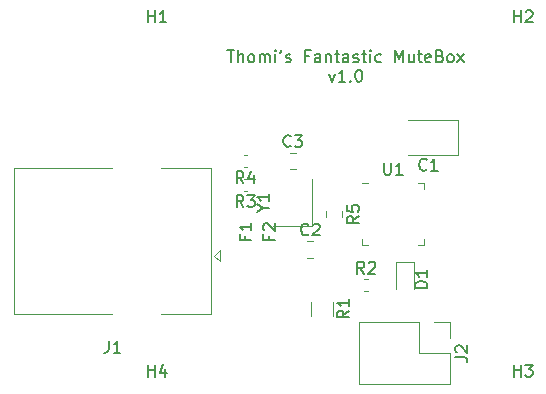
<source format=gbr>
G04 #@! TF.GenerationSoftware,KiCad,Pcbnew,(5.1.5-0-10_14)*
G04 #@! TF.CreationDate,2020-04-17T16:58:58+12:00*
G04 #@! TF.ProjectId,ZapierStompBox,5a617069-6572-4537-946f-6d70426f782e,rev?*
G04 #@! TF.SameCoordinates,Original*
G04 #@! TF.FileFunction,Legend,Top*
G04 #@! TF.FilePolarity,Positive*
%FSLAX46Y46*%
G04 Gerber Fmt 4.6, Leading zero omitted, Abs format (unit mm)*
G04 Created by KiCad (PCBNEW (5.1.5-0-10_14)) date 2020-04-17 16:58:58*
%MOMM*%
%LPD*%
G04 APERTURE LIST*
%ADD10C,0.150000*%
%ADD11C,0.120000*%
G04 APERTURE END LIST*
D10*
X374976190Y81372619D02*
X375547619Y81372619D01*
X375261904Y80372619D02*
X375261904Y81372619D01*
X375880952Y80372619D02*
X375880952Y81372619D01*
X376309523Y80372619D02*
X376309523Y80896428D01*
X376261904Y80991666D01*
X376166666Y81039285D01*
X376023809Y81039285D01*
X375928571Y80991666D01*
X375880952Y80944047D01*
X376928571Y80372619D02*
X376833333Y80420238D01*
X376785714Y80467857D01*
X376738095Y80563095D01*
X376738095Y80848809D01*
X376785714Y80944047D01*
X376833333Y80991666D01*
X376928571Y81039285D01*
X377071428Y81039285D01*
X377166666Y80991666D01*
X377214285Y80944047D01*
X377261904Y80848809D01*
X377261904Y80563095D01*
X377214285Y80467857D01*
X377166666Y80420238D01*
X377071428Y80372619D01*
X376928571Y80372619D01*
X377690476Y80372619D02*
X377690476Y81039285D01*
X377690476Y80944047D02*
X377738095Y80991666D01*
X377833333Y81039285D01*
X377976190Y81039285D01*
X378071428Y80991666D01*
X378119047Y80896428D01*
X378119047Y80372619D01*
X378119047Y80896428D02*
X378166666Y80991666D01*
X378261904Y81039285D01*
X378404761Y81039285D01*
X378500000Y80991666D01*
X378547619Y80896428D01*
X378547619Y80372619D01*
X379023809Y80372619D02*
X379023809Y81039285D01*
X379023809Y81372619D02*
X378976190Y81325000D01*
X379023809Y81277380D01*
X379071428Y81325000D01*
X379023809Y81372619D01*
X379023809Y81277380D01*
X379547619Y81372619D02*
X379547619Y81325000D01*
X379500000Y81229761D01*
X379452380Y81182142D01*
X379928571Y80420238D02*
X380023809Y80372619D01*
X380214285Y80372619D01*
X380309523Y80420238D01*
X380357142Y80515476D01*
X380357142Y80563095D01*
X380309523Y80658333D01*
X380214285Y80705952D01*
X380071428Y80705952D01*
X379976190Y80753571D01*
X379928571Y80848809D01*
X379928571Y80896428D01*
X379976190Y80991666D01*
X380071428Y81039285D01*
X380214285Y81039285D01*
X380309523Y80991666D01*
X381880952Y80896428D02*
X381547619Y80896428D01*
X381547619Y80372619D02*
X381547619Y81372619D01*
X382023809Y81372619D01*
X382833333Y80372619D02*
X382833333Y80896428D01*
X382785714Y80991666D01*
X382690476Y81039285D01*
X382500000Y81039285D01*
X382404761Y80991666D01*
X382833333Y80420238D02*
X382738095Y80372619D01*
X382500000Y80372619D01*
X382404761Y80420238D01*
X382357142Y80515476D01*
X382357142Y80610714D01*
X382404761Y80705952D01*
X382500000Y80753571D01*
X382738095Y80753571D01*
X382833333Y80801190D01*
X383309523Y81039285D02*
X383309523Y80372619D01*
X383309523Y80944047D02*
X383357142Y80991666D01*
X383452380Y81039285D01*
X383595238Y81039285D01*
X383690476Y80991666D01*
X383738095Y80896428D01*
X383738095Y80372619D01*
X384071428Y81039285D02*
X384452380Y81039285D01*
X384214285Y81372619D02*
X384214285Y80515476D01*
X384261904Y80420238D01*
X384357142Y80372619D01*
X384452380Y80372619D01*
X385214285Y80372619D02*
X385214285Y80896428D01*
X385166666Y80991666D01*
X385071428Y81039285D01*
X384880952Y81039285D01*
X384785714Y80991666D01*
X385214285Y80420238D02*
X385119047Y80372619D01*
X384880952Y80372619D01*
X384785714Y80420238D01*
X384738095Y80515476D01*
X384738095Y80610714D01*
X384785714Y80705952D01*
X384880952Y80753571D01*
X385119047Y80753571D01*
X385214285Y80801190D01*
X385642857Y80420238D02*
X385738095Y80372619D01*
X385928571Y80372619D01*
X386023809Y80420238D01*
X386071428Y80515476D01*
X386071428Y80563095D01*
X386023809Y80658333D01*
X385928571Y80705952D01*
X385785714Y80705952D01*
X385690476Y80753571D01*
X385642857Y80848809D01*
X385642857Y80896428D01*
X385690476Y80991666D01*
X385785714Y81039285D01*
X385928571Y81039285D01*
X386023809Y80991666D01*
X386357142Y81039285D02*
X386738095Y81039285D01*
X386500000Y81372619D02*
X386500000Y80515476D01*
X386547619Y80420238D01*
X386642857Y80372619D01*
X386738095Y80372619D01*
X387071428Y80372619D02*
X387071428Y81039285D01*
X387071428Y81372619D02*
X387023809Y81325000D01*
X387071428Y81277380D01*
X387119047Y81325000D01*
X387071428Y81372619D01*
X387071428Y81277380D01*
X387976190Y80420238D02*
X387880952Y80372619D01*
X387690476Y80372619D01*
X387595238Y80420238D01*
X387547619Y80467857D01*
X387500000Y80563095D01*
X387500000Y80848809D01*
X387547619Y80944047D01*
X387595238Y80991666D01*
X387690476Y81039285D01*
X387880952Y81039285D01*
X387976190Y80991666D01*
X389166666Y80372619D02*
X389166666Y81372619D01*
X389500000Y80658333D01*
X389833333Y81372619D01*
X389833333Y80372619D01*
X390738095Y81039285D02*
X390738095Y80372619D01*
X390309523Y81039285D02*
X390309523Y80515476D01*
X390357142Y80420238D01*
X390452380Y80372619D01*
X390595238Y80372619D01*
X390690476Y80420238D01*
X390738095Y80467857D01*
X391071428Y81039285D02*
X391452380Y81039285D01*
X391214285Y81372619D02*
X391214285Y80515476D01*
X391261904Y80420238D01*
X391357142Y80372619D01*
X391452380Y80372619D01*
X392166666Y80420238D02*
X392071428Y80372619D01*
X391880952Y80372619D01*
X391785714Y80420238D01*
X391738095Y80515476D01*
X391738095Y80896428D01*
X391785714Y80991666D01*
X391880952Y81039285D01*
X392071428Y81039285D01*
X392166666Y80991666D01*
X392214285Y80896428D01*
X392214285Y80801190D01*
X391738095Y80705952D01*
X392976190Y80896428D02*
X393119047Y80848809D01*
X393166666Y80801190D01*
X393214285Y80705952D01*
X393214285Y80563095D01*
X393166666Y80467857D01*
X393119047Y80420238D01*
X393023809Y80372619D01*
X392642857Y80372619D01*
X392642857Y81372619D01*
X392976190Y81372619D01*
X393071428Y81325000D01*
X393119047Y81277380D01*
X393166666Y81182142D01*
X393166666Y81086904D01*
X393119047Y80991666D01*
X393071428Y80944047D01*
X392976190Y80896428D01*
X392642857Y80896428D01*
X393785714Y80372619D02*
X393690476Y80420238D01*
X393642857Y80467857D01*
X393595238Y80563095D01*
X393595238Y80848809D01*
X393642857Y80944047D01*
X393690476Y80991666D01*
X393785714Y81039285D01*
X393928571Y81039285D01*
X394023809Y80991666D01*
X394071428Y80944047D01*
X394119047Y80848809D01*
X394119047Y80563095D01*
X394071428Y80467857D01*
X394023809Y80420238D01*
X393928571Y80372619D01*
X393785714Y80372619D01*
X394452380Y80372619D02*
X394976190Y81039285D01*
X394452380Y81039285D02*
X394976190Y80372619D01*
X383571428Y79389285D02*
X383809523Y78722619D01*
X384047619Y79389285D01*
X384952380Y78722619D02*
X384380952Y78722619D01*
X384666666Y78722619D02*
X384666666Y79722619D01*
X384571428Y79579761D01*
X384476190Y79484523D01*
X384380952Y79436904D01*
X385380952Y78817857D02*
X385428571Y78770238D01*
X385380952Y78722619D01*
X385333333Y78770238D01*
X385380952Y78817857D01*
X385380952Y78722619D01*
X386047619Y79722619D02*
X386142857Y79722619D01*
X386238095Y79675000D01*
X386285714Y79627380D01*
X386333333Y79532142D01*
X386380952Y79341666D01*
X386380952Y79103571D01*
X386333333Y78913095D01*
X386285714Y78817857D01*
X386238095Y78770238D01*
X386142857Y78722619D01*
X386047619Y78722619D01*
X385952380Y78770238D01*
X385904761Y78817857D01*
X385857142Y78913095D01*
X385809523Y79103571D01*
X385809523Y79341666D01*
X385857142Y79532142D01*
X385904761Y79627380D01*
X385952380Y79675000D01*
X386047619Y79722619D01*
D11*
X383910000Y60102064D02*
X383910000Y58897936D01*
X382090000Y60102064D02*
X382090000Y58897936D01*
X390250000Y72490000D02*
X394460000Y72490000D01*
X394460000Y72490000D02*
X394460000Y75510000D01*
X394460000Y75510000D02*
X390250000Y75510000D01*
X381741422Y65210000D02*
X382258578Y65210000D01*
X381741422Y63790000D02*
X382258578Y63790000D01*
X380241422Y71290000D02*
X380758578Y71290000D01*
X380241422Y72710000D02*
X380758578Y72710000D01*
X390735000Y61200000D02*
X390735000Y63485000D01*
X390735000Y63485000D02*
X389265000Y63485000D01*
X389265000Y63485000D02*
X389265000Y61200000D01*
X369340000Y59090000D02*
X373600000Y59090000D01*
X373600000Y59090000D02*
X373600000Y71410000D01*
X373600000Y71410000D02*
X369340000Y71410000D01*
X365240000Y59090000D02*
X356880000Y59090000D01*
X356880000Y59090000D02*
X356880000Y71410000D01*
X356880000Y71410000D02*
X365240000Y71410000D01*
X373820000Y64000000D02*
X374320000Y63500000D01*
X374320000Y63500000D02*
X374320000Y64500000D01*
X374320000Y64500000D02*
X373820000Y64000000D01*
X386090000Y58330000D02*
X386090000Y53130000D01*
X391230000Y58330000D02*
X386090000Y58330000D01*
X393830000Y53130000D02*
X386090000Y53130000D01*
X391230000Y58330000D02*
X391230000Y55730000D01*
X391230000Y55730000D02*
X393830000Y55730000D01*
X393830000Y55730000D02*
X393830000Y53130000D01*
X392500000Y58330000D02*
X393830000Y58330000D01*
X393830000Y58330000D02*
X393830000Y57000000D01*
X386549721Y62010000D02*
X386875279Y62010000D01*
X386549721Y60990000D02*
X386875279Y60990000D01*
X376662779Y70510000D02*
X376337221Y70510000D01*
X376662779Y69490000D02*
X376337221Y69490000D01*
X376662779Y71490000D02*
X376337221Y71490000D01*
X376662779Y72510000D02*
X376337221Y72510000D01*
X384710000Y67758578D02*
X384710000Y67241422D01*
X383290000Y67758578D02*
X383290000Y67241422D01*
X378850000Y66500000D02*
X382150000Y66500000D01*
X382150000Y66500000D02*
X382150000Y70500000D01*
X391135000Y70110000D02*
X391610000Y70110000D01*
X391610000Y70110000D02*
X391610000Y69635000D01*
X386865000Y64890000D02*
X386390000Y64890000D01*
X386390000Y64890000D02*
X386390000Y65365000D01*
X391135000Y64890000D02*
X391610000Y64890000D01*
X391610000Y64890000D02*
X391610000Y65365000D01*
X386865000Y70110000D02*
X386390000Y70110000D01*
D10*
X385272380Y59333333D02*
X384796190Y59000000D01*
X385272380Y58761904D02*
X384272380Y58761904D01*
X384272380Y59142857D01*
X384320000Y59238095D01*
X384367619Y59285714D01*
X384462857Y59333333D01*
X384605714Y59333333D01*
X384700952Y59285714D01*
X384748571Y59238095D01*
X384796190Y59142857D01*
X384796190Y58761904D01*
X385272380Y60285714D02*
X385272380Y59714285D01*
X385272380Y60000000D02*
X384272380Y60000000D01*
X384415238Y59904761D01*
X384510476Y59809523D01*
X384558095Y59714285D01*
X368238095Y83747619D02*
X368238095Y84747619D01*
X368238095Y84271428D02*
X368809523Y84271428D01*
X368809523Y83747619D02*
X368809523Y84747619D01*
X369809523Y83747619D02*
X369238095Y83747619D01*
X369523809Y83747619D02*
X369523809Y84747619D01*
X369428571Y84604761D01*
X369333333Y84509523D01*
X369238095Y84461904D01*
X399238095Y83747619D02*
X399238095Y84747619D01*
X399238095Y84271428D02*
X399809523Y84271428D01*
X399809523Y83747619D02*
X399809523Y84747619D01*
X400238095Y84652380D02*
X400285714Y84700000D01*
X400380952Y84747619D01*
X400619047Y84747619D01*
X400714285Y84700000D01*
X400761904Y84652380D01*
X400809523Y84557142D01*
X400809523Y84461904D01*
X400761904Y84319047D01*
X400190476Y83747619D01*
X400809523Y83747619D01*
X399238095Y53747619D02*
X399238095Y54747619D01*
X399238095Y54271428D02*
X399809523Y54271428D01*
X399809523Y53747619D02*
X399809523Y54747619D01*
X400190476Y54747619D02*
X400809523Y54747619D01*
X400476190Y54366666D01*
X400619047Y54366666D01*
X400714285Y54319047D01*
X400761904Y54271428D01*
X400809523Y54176190D01*
X400809523Y53938095D01*
X400761904Y53842857D01*
X400714285Y53795238D01*
X400619047Y53747619D01*
X400333333Y53747619D01*
X400238095Y53795238D01*
X400190476Y53842857D01*
X368238095Y53747619D02*
X368238095Y54747619D01*
X368238095Y54271428D02*
X368809523Y54271428D01*
X368809523Y53747619D02*
X368809523Y54747619D01*
X369714285Y54414285D02*
X369714285Y53747619D01*
X369476190Y54795238D02*
X369238095Y54080952D01*
X369857142Y54080952D01*
X391833333Y71292857D02*
X391785714Y71245238D01*
X391642857Y71197619D01*
X391547619Y71197619D01*
X391404761Y71245238D01*
X391309523Y71340476D01*
X391261904Y71435714D01*
X391214285Y71626190D01*
X391214285Y71769047D01*
X391261904Y71959523D01*
X391309523Y72054761D01*
X391404761Y72150000D01*
X391547619Y72197619D01*
X391642857Y72197619D01*
X391785714Y72150000D01*
X391833333Y72102380D01*
X392785714Y71197619D02*
X392214285Y71197619D01*
X392500000Y71197619D02*
X392500000Y72197619D01*
X392404761Y72054761D01*
X392309523Y71959523D01*
X392214285Y71911904D01*
X381833333Y65792857D02*
X381785714Y65745238D01*
X381642857Y65697619D01*
X381547619Y65697619D01*
X381404761Y65745238D01*
X381309523Y65840476D01*
X381261904Y65935714D01*
X381214285Y66126190D01*
X381214285Y66269047D01*
X381261904Y66459523D01*
X381309523Y66554761D01*
X381404761Y66650000D01*
X381547619Y66697619D01*
X381642857Y66697619D01*
X381785714Y66650000D01*
X381833333Y66602380D01*
X382214285Y66602380D02*
X382261904Y66650000D01*
X382357142Y66697619D01*
X382595238Y66697619D01*
X382690476Y66650000D01*
X382738095Y66602380D01*
X382785714Y66507142D01*
X382785714Y66411904D01*
X382738095Y66269047D01*
X382166666Y65697619D01*
X382785714Y65697619D01*
X380333333Y73292857D02*
X380285714Y73245238D01*
X380142857Y73197619D01*
X380047619Y73197619D01*
X379904761Y73245238D01*
X379809523Y73340476D01*
X379761904Y73435714D01*
X379714285Y73626190D01*
X379714285Y73769047D01*
X379761904Y73959523D01*
X379809523Y74054761D01*
X379904761Y74150000D01*
X380047619Y74197619D01*
X380142857Y74197619D01*
X380285714Y74150000D01*
X380333333Y74102380D01*
X380666666Y74197619D02*
X381285714Y74197619D01*
X380952380Y73816666D01*
X381095238Y73816666D01*
X381190476Y73769047D01*
X381238095Y73721428D01*
X381285714Y73626190D01*
X381285714Y73388095D01*
X381238095Y73292857D01*
X381190476Y73245238D01*
X381095238Y73197619D01*
X380809523Y73197619D01*
X380714285Y73245238D01*
X380666666Y73292857D01*
X391882380Y61261904D02*
X390882380Y61261904D01*
X390882380Y61500000D01*
X390930000Y61642857D01*
X391025238Y61738095D01*
X391120476Y61785714D01*
X391310952Y61833333D01*
X391453809Y61833333D01*
X391644285Y61785714D01*
X391739523Y61738095D01*
X391834761Y61642857D01*
X391882380Y61500000D01*
X391882380Y61261904D01*
X391882380Y62785714D02*
X391882380Y62214285D01*
X391882380Y62500000D02*
X390882380Y62500000D01*
X391025238Y62404761D01*
X391120476Y62309523D01*
X391168095Y62214285D01*
X376478571Y65666666D02*
X376478571Y65333333D01*
X377002380Y65333333D02*
X376002380Y65333333D01*
X376002380Y65809523D01*
X377002380Y66714285D02*
X377002380Y66142857D01*
X377002380Y66428571D02*
X376002380Y66428571D01*
X376145238Y66333333D01*
X376240476Y66238095D01*
X376288095Y66142857D01*
X378478571Y65666666D02*
X378478571Y65333333D01*
X379002380Y65333333D02*
X378002380Y65333333D01*
X378002380Y65809523D01*
X378097619Y66142857D02*
X378050000Y66190476D01*
X378002380Y66285714D01*
X378002380Y66523809D01*
X378050000Y66619047D01*
X378097619Y66666666D01*
X378192857Y66714285D01*
X378288095Y66714285D01*
X378430952Y66666666D01*
X379002380Y66095238D01*
X379002380Y66714285D01*
X364906666Y56777619D02*
X364906666Y56063333D01*
X364859047Y55920476D01*
X364763809Y55825238D01*
X364620952Y55777619D01*
X364525714Y55777619D01*
X365906666Y55777619D02*
X365335238Y55777619D01*
X365620952Y55777619D02*
X365620952Y56777619D01*
X365525714Y56634761D01*
X365430476Y56539523D01*
X365335238Y56491904D01*
X394282380Y55396666D02*
X394996666Y55396666D01*
X395139523Y55349047D01*
X395234761Y55253809D01*
X395282380Y55110952D01*
X395282380Y55015714D01*
X394377619Y55825238D02*
X394330000Y55872857D01*
X394282380Y55968095D01*
X394282380Y56206190D01*
X394330000Y56301428D01*
X394377619Y56349047D01*
X394472857Y56396666D01*
X394568095Y56396666D01*
X394710952Y56349047D01*
X395282380Y55777619D01*
X395282380Y56396666D01*
X386545833Y62477619D02*
X386212500Y62953809D01*
X385974404Y62477619D02*
X385974404Y63477619D01*
X386355357Y63477619D01*
X386450595Y63430000D01*
X386498214Y63382380D01*
X386545833Y63287142D01*
X386545833Y63144285D01*
X386498214Y63049047D01*
X386450595Y63001428D01*
X386355357Y62953809D01*
X385974404Y62953809D01*
X386926785Y63382380D02*
X386974404Y63430000D01*
X387069642Y63477619D01*
X387307738Y63477619D01*
X387402976Y63430000D01*
X387450595Y63382380D01*
X387498214Y63287142D01*
X387498214Y63191904D01*
X387450595Y63049047D01*
X386879166Y62477619D01*
X387498214Y62477619D01*
X376333333Y68117619D02*
X376000000Y68593809D01*
X375761904Y68117619D02*
X375761904Y69117619D01*
X376142857Y69117619D01*
X376238095Y69070000D01*
X376285714Y69022380D01*
X376333333Y68927142D01*
X376333333Y68784285D01*
X376285714Y68689047D01*
X376238095Y68641428D01*
X376142857Y68593809D01*
X375761904Y68593809D01*
X376666666Y69117619D02*
X377285714Y69117619D01*
X376952380Y68736666D01*
X377095238Y68736666D01*
X377190476Y68689047D01*
X377238095Y68641428D01*
X377285714Y68546190D01*
X377285714Y68308095D01*
X377238095Y68212857D01*
X377190476Y68165238D01*
X377095238Y68117619D01*
X376809523Y68117619D01*
X376714285Y68165238D01*
X376666666Y68212857D01*
X376333333Y70117619D02*
X376000000Y70593809D01*
X375761904Y70117619D02*
X375761904Y71117619D01*
X376142857Y71117619D01*
X376238095Y71070000D01*
X376285714Y71022380D01*
X376333333Y70927142D01*
X376333333Y70784285D01*
X376285714Y70689047D01*
X376238095Y70641428D01*
X376142857Y70593809D01*
X375761904Y70593809D01*
X377190476Y70784285D02*
X377190476Y70117619D01*
X376952380Y71165238D02*
X376714285Y70450952D01*
X377333333Y70450952D01*
X386102380Y67333333D02*
X385626190Y67000000D01*
X386102380Y66761904D02*
X385102380Y66761904D01*
X385102380Y67142857D01*
X385150000Y67238095D01*
X385197619Y67285714D01*
X385292857Y67333333D01*
X385435714Y67333333D01*
X385530952Y67285714D01*
X385578571Y67238095D01*
X385626190Y67142857D01*
X385626190Y66761904D01*
X385102380Y68238095D02*
X385102380Y67761904D01*
X385578571Y67714285D01*
X385530952Y67761904D01*
X385483333Y67857142D01*
X385483333Y68095238D01*
X385530952Y68190476D01*
X385578571Y68238095D01*
X385673809Y68285714D01*
X385911904Y68285714D01*
X386007142Y68238095D01*
X386054761Y68190476D01*
X386102380Y68095238D01*
X386102380Y67857142D01*
X386054761Y67761904D01*
X386007142Y67714285D01*
X378026190Y68023809D02*
X378502380Y68023809D01*
X377502380Y67690476D02*
X378026190Y68023809D01*
X377502380Y68357142D01*
X378502380Y69214285D02*
X378502380Y68642857D01*
X378502380Y68928571D02*
X377502380Y68928571D01*
X377645238Y68833333D01*
X377740476Y68738095D01*
X377788095Y68642857D01*
X388238095Y71847619D02*
X388238095Y71038095D01*
X388285714Y70942857D01*
X388333333Y70895238D01*
X388428571Y70847619D01*
X388619047Y70847619D01*
X388714285Y70895238D01*
X388761904Y70942857D01*
X388809523Y71038095D01*
X388809523Y71847619D01*
X389809523Y70847619D02*
X389238095Y70847619D01*
X389523809Y70847619D02*
X389523809Y71847619D01*
X389428571Y71704761D01*
X389333333Y71609523D01*
X389238095Y71561904D01*
M02*

</source>
